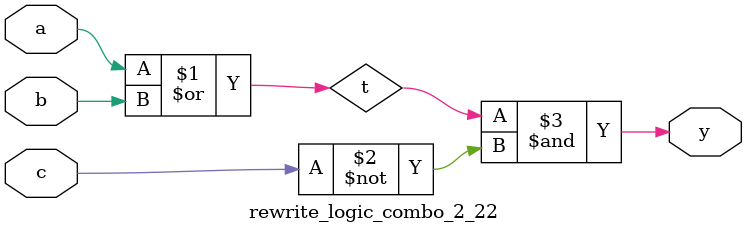
<source format=sv>
module rewrite_logic_combo_2_22(input logic a,b,c, output logic y);
  logic t;
  assign t = a | b;
  assign y = t & ~c;
endmodule

</source>
